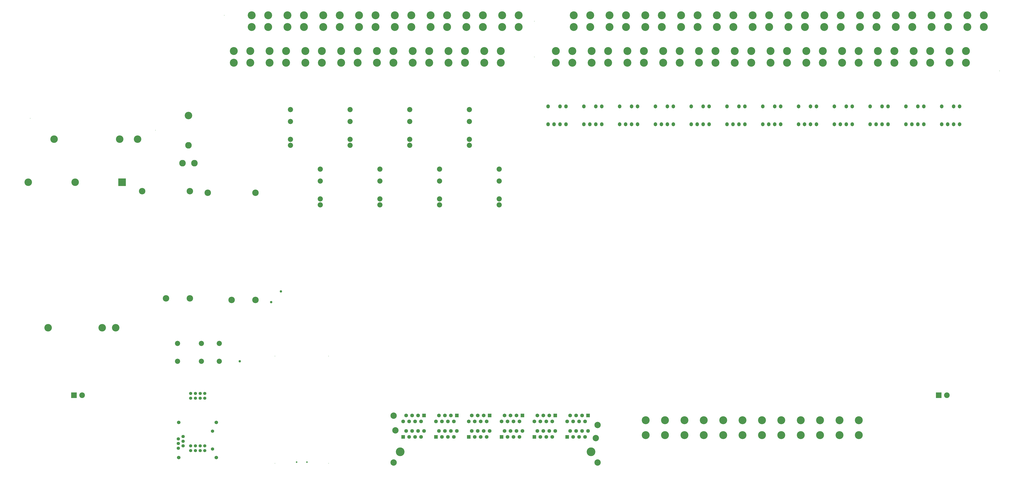
<source format=gbs>
%FSLAX25Y25*%
%MOIN*%
G70*
G01*
G75*
G04 Layer_Color=16711935*
%ADD10R,0.05512X0.11811*%
G04:AMPARAMS|DCode=11|XSize=118.11mil|YSize=55.12mil|CornerRadius=13.78mil|HoleSize=0mil|Usage=FLASHONLY|Rotation=90.000|XOffset=0mil|YOffset=0mil|HoleType=Round|Shape=RoundedRectangle|*
%AMROUNDEDRECTD11*
21,1,0.11811,0.02756,0,0,90.0*
21,1,0.09055,0.05512,0,0,90.0*
1,1,0.02756,0.01378,0.04528*
1,1,0.02756,0.01378,-0.04528*
1,1,0.02756,-0.01378,-0.04528*
1,1,0.02756,-0.01378,0.04528*
%
%ADD11ROUNDEDRECTD11*%
%ADD12R,0.05709X0.05906*%
%ADD13R,0.08268X0.12992*%
%ADD14R,0.08268X0.03543*%
%ADD15R,0.07874X0.02362*%
%ADD16R,0.02362X0.08071*%
%ADD17R,0.09000X0.02500*%
%ADD18R,0.09000X0.03500*%
%ADD19R,0.05906X0.05709*%
%ADD20R,0.08071X0.02362*%
%ADD21R,0.02362X0.07480*%
%ADD22R,0.05906X0.05709*%
%ADD23R,0.02362X0.07874*%
%ADD24R,0.11811X0.15748*%
%ADD25R,0.12992X0.08268*%
%ADD26R,0.03543X0.08268*%
%ADD27R,0.01969X0.09252*%
%ADD28R,0.07874X0.09843*%
%ADD29R,0.05709X0.05906*%
%ADD30R,0.14000X0.05500*%
%ADD31R,0.06693X0.09843*%
%ADD32R,0.11811X0.05512*%
G04:AMPARAMS|DCode=33|XSize=118.11mil|YSize=55.12mil|CornerRadius=13.78mil|HoleSize=0mil|Usage=FLASHONLY|Rotation=180.000|XOffset=0mil|YOffset=0mil|HoleType=Round|Shape=RoundedRectangle|*
%AMROUNDEDRECTD33*
21,1,0.11811,0.02756,0,0,180.0*
21,1,0.09055,0.05512,0,0,180.0*
1,1,0.02756,-0.04528,0.01378*
1,1,0.02756,0.04528,0.01378*
1,1,0.02756,0.04528,-0.01378*
1,1,0.02756,-0.04528,-0.01378*
%
%ADD33ROUNDEDRECTD33*%
G04:AMPARAMS|DCode=34|XSize=157.48mil|YSize=62.99mil|CornerRadius=15.75mil|HoleSize=0mil|Usage=FLASHONLY|Rotation=0.000|XOffset=0mil|YOffset=0mil|HoleType=Round|Shape=RoundedRectangle|*
%AMROUNDEDRECTD34*
21,1,0.15748,0.03150,0,0,0.0*
21,1,0.12598,0.06299,0,0,0.0*
1,1,0.03150,0.06299,-0.01575*
1,1,0.03150,-0.06299,-0.01575*
1,1,0.03150,-0.06299,0.01575*
1,1,0.03150,0.06299,0.01575*
%
%ADD34ROUNDEDRECTD34*%
%ADD35R,0.15748X0.06299*%
%ADD36R,0.07480X0.05906*%
%ADD37R,0.07087X0.05512*%
%ADD38R,0.09843X0.06693*%
%ADD39C,0.00600*%
%ADD40C,0.00800*%
%ADD41C,0.02000*%
%ADD42C,0.05000*%
%ADD43C,0.03000*%
%ADD44C,0.07500*%
%ADD45C,0.12500*%
%ADD46C,0.09843*%
%ADD47R,0.05512X0.05512*%
%ADD48C,0.05512*%
%ADD49C,0.07874*%
%ADD50C,0.08661*%
%ADD51R,0.08661X0.08661*%
%ADD52C,0.01772*%
%ADD53C,0.10000*%
%ADD54C,0.11811*%
%ADD55R,0.11811X0.11811*%
%ADD56O,0.04921X0.05906*%
%ADD57C,0.10236*%
%ADD58C,0.04500*%
%ADD59C,0.05118*%
%ADD60C,0.04724*%
%ADD61C,0.03200*%
%ADD62C,0.04000*%
%ADD63C,0.00984*%
%ADD64C,0.02362*%
%ADD65C,0.00787*%
%ADD66C,0.01000*%
%ADD67C,0.01575*%
%ADD68C,0.00500*%
%ADD69R,0.09000X6.30000*%
%ADD70R,1.09500X0.16500*%
%ADD71R,1.22500X0.16500*%
%ADD72R,1.88500X0.16500*%
%ADD73R,2.18000X0.16500*%
%ADD74R,1.62000X0.16500*%
%ADD75R,1.88000X0.16500*%
%ADD76R,2.94000X0.16500*%
%ADD77R,2.63500X0.16500*%
%ADD78R,0.06312X0.12611*%
G04:AMPARAMS|DCode=79|XSize=126.11mil|YSize=63.12mil|CornerRadius=17.78mil|HoleSize=0mil|Usage=FLASHONLY|Rotation=90.000|XOffset=0mil|YOffset=0mil|HoleType=Round|Shape=RoundedRectangle|*
%AMROUNDEDRECTD79*
21,1,0.12611,0.02756,0,0,90.0*
21,1,0.09055,0.06312,0,0,90.0*
1,1,0.03556,0.01378,0.04528*
1,1,0.03556,0.01378,-0.04528*
1,1,0.03556,-0.01378,-0.04528*
1,1,0.03556,-0.01378,0.04528*
%
%ADD79ROUNDEDRECTD79*%
%ADD80R,0.06509X0.06706*%
%ADD81R,0.09068X0.13792*%
%ADD82R,0.09068X0.04343*%
%ADD83R,0.08674X0.03162*%
%ADD84R,0.03162X0.08871*%
%ADD85R,0.09800X0.03300*%
%ADD86R,0.09800X0.04300*%
%ADD87R,0.06706X0.06509*%
%ADD88R,0.08871X0.03162*%
%ADD89R,0.03162X0.08280*%
%ADD90R,0.06706X0.06509*%
%ADD91R,0.03162X0.08674*%
%ADD92R,0.12611X0.16548*%
%ADD93R,0.13792X0.09068*%
%ADD94R,0.04343X0.09068*%
%ADD95R,0.02769X0.10052*%
%ADD96R,0.08674X0.10642*%
%ADD97R,0.06509X0.06706*%
%ADD98R,0.14800X0.06300*%
%ADD99R,0.07493X0.10642*%
%ADD100R,0.12611X0.06312*%
G04:AMPARAMS|DCode=101|XSize=126.11mil|YSize=63.12mil|CornerRadius=17.78mil|HoleSize=0mil|Usage=FLASHONLY|Rotation=180.000|XOffset=0mil|YOffset=0mil|HoleType=Round|Shape=RoundedRectangle|*
%AMROUNDEDRECTD101*
21,1,0.12611,0.02756,0,0,180.0*
21,1,0.09055,0.06312,0,0,180.0*
1,1,0.03556,-0.04528,0.01378*
1,1,0.03556,0.04528,0.01378*
1,1,0.03556,0.04528,-0.01378*
1,1,0.03556,-0.04528,-0.01378*
%
%ADD101ROUNDEDRECTD101*%
G04:AMPARAMS|DCode=102|XSize=165.48mil|YSize=70.99mil|CornerRadius=19.75mil|HoleSize=0mil|Usage=FLASHONLY|Rotation=0.000|XOffset=0mil|YOffset=0mil|HoleType=Round|Shape=RoundedRectangle|*
%AMROUNDEDRECTD102*
21,1,0.16548,0.03150,0,0,0.0*
21,1,0.12598,0.07099,0,0,0.0*
1,1,0.03950,0.06299,-0.01575*
1,1,0.03950,-0.06299,-0.01575*
1,1,0.03950,-0.06299,0.01575*
1,1,0.03950,0.06299,0.01575*
%
%ADD102ROUNDEDRECTD102*%
%ADD103R,0.16548X0.07099*%
%ADD104R,0.08280X0.06706*%
%ADD105R,0.07887X0.06312*%
%ADD106R,0.10642X0.07493*%
%ADD107C,0.13300*%
%ADD108C,0.10642*%
%ADD109C,0.14567*%
%ADD110R,0.06312X0.06312*%
%ADD111C,0.06312*%
%ADD112R,0.00800X0.00800*%
%ADD113C,0.08674*%
%ADD114C,0.09461*%
%ADD115R,0.09461X0.09461*%
%ADD116C,0.02572*%
%ADD117C,0.10800*%
%ADD118C,0.12611*%
%ADD119R,0.12611X0.12611*%
%ADD120O,0.05721X0.06706*%
%ADD121C,0.00800*%
%ADD122C,0.11036*%
%ADD123C,0.05300*%
%ADD124C,0.05918*%
%ADD125C,0.05524*%
D62*
X465100Y-325600D02*
D03*
X396200Y-443200D02*
D03*
X448600Y-343900D02*
D03*
D107*
X1076638Y-567146D02*
D03*
Y-541949D02*
D03*
X1109138D02*
D03*
Y-567146D02*
D03*
X1141638D02*
D03*
Y-541949D02*
D03*
X1174138D02*
D03*
Y-567146D02*
D03*
X1206638D02*
D03*
Y-541949D02*
D03*
X1239138D02*
D03*
Y-567146D02*
D03*
X1271638D02*
D03*
Y-541949D02*
D03*
X1304138D02*
D03*
Y-567146D02*
D03*
X1336638D02*
D03*
Y-541949D02*
D03*
X1369138D02*
D03*
Y-567146D02*
D03*
X1401638D02*
D03*
Y-541949D02*
D03*
X1434138D02*
D03*
Y-567146D02*
D03*
X1223800Y118150D02*
D03*
X1196200D02*
D03*
Y137850D02*
D03*
X1223800D02*
D03*
X1253800Y77850D02*
D03*
X1226200D02*
D03*
Y58150D02*
D03*
X1253800D02*
D03*
X1283800Y137850D02*
D03*
X1256200D02*
D03*
Y118150D02*
D03*
X1283800D02*
D03*
X1313800Y58150D02*
D03*
X1286200D02*
D03*
Y77850D02*
D03*
X1313800D02*
D03*
X1343800Y118150D02*
D03*
X1316200D02*
D03*
Y137850D02*
D03*
X1343800D02*
D03*
X1373800Y77850D02*
D03*
X1346200D02*
D03*
Y58150D02*
D03*
X1373800D02*
D03*
X1403800Y137850D02*
D03*
X1376200D02*
D03*
Y118150D02*
D03*
X1403800D02*
D03*
X1433800Y58150D02*
D03*
X1406200D02*
D03*
Y77850D02*
D03*
X1433800D02*
D03*
X1463800Y118150D02*
D03*
X1436200D02*
D03*
Y137850D02*
D03*
X1463800D02*
D03*
X1493800Y77850D02*
D03*
X1466200D02*
D03*
Y58150D02*
D03*
X1493800D02*
D03*
X1523800Y137850D02*
D03*
X1496200D02*
D03*
Y118150D02*
D03*
X1523800D02*
D03*
X1553800Y58150D02*
D03*
X1526200D02*
D03*
Y77850D02*
D03*
X1553800D02*
D03*
X1583800Y118150D02*
D03*
X1556200D02*
D03*
Y137850D02*
D03*
X1583800D02*
D03*
X1643800D02*
D03*
X1616200D02*
D03*
Y118150D02*
D03*
X1643800D02*
D03*
X1613800Y77850D02*
D03*
X1586200D02*
D03*
Y58150D02*
D03*
X1613800D02*
D03*
X1193800D02*
D03*
X1166200D02*
D03*
Y77850D02*
D03*
X1193800D02*
D03*
X1163800Y137850D02*
D03*
X1136200D02*
D03*
Y118150D02*
D03*
X1163800D02*
D03*
X1103800D02*
D03*
X1076200D02*
D03*
Y137850D02*
D03*
X1103800D02*
D03*
X1133800Y77850D02*
D03*
X1106200D02*
D03*
Y58150D02*
D03*
X1133800D02*
D03*
X1073800D02*
D03*
X1046200D02*
D03*
Y77850D02*
D03*
X1073800D02*
D03*
X1043800Y137850D02*
D03*
X1016200D02*
D03*
Y118150D02*
D03*
X1043800D02*
D03*
X1013800Y77850D02*
D03*
X986200D02*
D03*
Y58150D02*
D03*
X1013800D02*
D03*
X983800Y118150D02*
D03*
X956200D02*
D03*
Y137850D02*
D03*
X983800D02*
D03*
X953800Y58150D02*
D03*
X926200D02*
D03*
Y77850D02*
D03*
X953800D02*
D03*
X863800Y137850D02*
D03*
X836200D02*
D03*
Y118150D02*
D03*
X863800D02*
D03*
X833800Y77850D02*
D03*
X806200D02*
D03*
Y58150D02*
D03*
X833800D02*
D03*
X803800Y118150D02*
D03*
X776200D02*
D03*
Y137850D02*
D03*
X803800D02*
D03*
X773800Y77850D02*
D03*
X746200D02*
D03*
Y58150D02*
D03*
X773800D02*
D03*
X743800Y137850D02*
D03*
X716200D02*
D03*
Y118150D02*
D03*
X743800D02*
D03*
X713800Y58150D02*
D03*
X686200D02*
D03*
Y77850D02*
D03*
X713800D02*
D03*
X683800Y118150D02*
D03*
X656200D02*
D03*
Y137850D02*
D03*
X683800D02*
D03*
X563800Y118150D02*
D03*
X536200D02*
D03*
Y137850D02*
D03*
X563800D02*
D03*
X593800Y77850D02*
D03*
X566200D02*
D03*
Y58150D02*
D03*
X593800D02*
D03*
X623800Y137850D02*
D03*
X596200D02*
D03*
Y118150D02*
D03*
X623800D02*
D03*
X653800Y58150D02*
D03*
X626200D02*
D03*
Y77850D02*
D03*
X653800D02*
D03*
X503800Y137850D02*
D03*
X476200D02*
D03*
Y118150D02*
D03*
X503800D02*
D03*
X533800Y58150D02*
D03*
X506200D02*
D03*
Y77850D02*
D03*
X533800D02*
D03*
X473800D02*
D03*
X446200D02*
D03*
Y58150D02*
D03*
X473800D02*
D03*
X443800Y118150D02*
D03*
X416200D02*
D03*
Y137850D02*
D03*
X443800D02*
D03*
X413800Y58150D02*
D03*
X386200D02*
D03*
Y77850D02*
D03*
X413800D02*
D03*
D108*
X992992Y-572024D02*
D03*
X995984Y-550016D02*
D03*
Y-613008D02*
D03*
X657008Y-559031D02*
D03*
X654016Y-534386D02*
D03*
Y-613008D02*
D03*
D109*
X985000Y-595016D02*
D03*
X665000D02*
D03*
D110*
X980000Y-534031D02*
D03*
X925000D02*
D03*
X870000D02*
D03*
X815000Y-533992D02*
D03*
X759980D02*
D03*
X704961D02*
D03*
X670000Y-570016D02*
D03*
X725000D02*
D03*
X780000D02*
D03*
X834980Y-570016D02*
D03*
X890000Y-570016D02*
D03*
X945000D02*
D03*
D111*
X970000Y-534031D02*
D03*
X960000D02*
D03*
X950000D02*
D03*
X890000Y-544031D02*
D03*
X895000Y-534031D02*
D03*
X900000Y-544031D02*
D03*
X905000Y-534031D02*
D03*
X910000Y-544031D02*
D03*
X915000Y-534031D02*
D03*
X920000Y-544031D02*
D03*
X975000D02*
D03*
X965000D02*
D03*
X955000D02*
D03*
X945000D02*
D03*
X865000D02*
D03*
X860000Y-534031D02*
D03*
X855000Y-544031D02*
D03*
X850000Y-534031D02*
D03*
X845000Y-544031D02*
D03*
X840000Y-534031D02*
D03*
X835000Y-544031D02*
D03*
X810000Y-543992D02*
D03*
X805000Y-533992D02*
D03*
X800000Y-543992D02*
D03*
X795000Y-533992D02*
D03*
X790000Y-543992D02*
D03*
X785000Y-533992D02*
D03*
X780000Y-543992D02*
D03*
X754980D02*
D03*
X749980Y-533992D02*
D03*
X744980Y-543992D02*
D03*
X739980Y-533992D02*
D03*
X734980Y-543992D02*
D03*
X729980Y-533992D02*
D03*
X724980Y-543992D02*
D03*
X699961D02*
D03*
X694961Y-533992D02*
D03*
X689961Y-543992D02*
D03*
X684961Y-533992D02*
D03*
X679961Y-543992D02*
D03*
X674961Y-533992D02*
D03*
X669961Y-543992D02*
D03*
X675000Y-560016D02*
D03*
X680000Y-570016D02*
D03*
X685000Y-560016D02*
D03*
X690000Y-570016D02*
D03*
X695000Y-560016D02*
D03*
X700000Y-570016D02*
D03*
X705000Y-560016D02*
D03*
X730000D02*
D03*
X735000Y-570016D02*
D03*
X740000Y-560016D02*
D03*
X745000Y-570016D02*
D03*
X750000Y-560016D02*
D03*
X755000Y-570016D02*
D03*
X760000Y-560016D02*
D03*
X785000D02*
D03*
X790000Y-570016D02*
D03*
X795000Y-560016D02*
D03*
X800000Y-570016D02*
D03*
X805000Y-560016D02*
D03*
X810000Y-570016D02*
D03*
X815000Y-560016D02*
D03*
X839980Y-560016D02*
D03*
X844980Y-570016D02*
D03*
X849980Y-560016D02*
D03*
X854980Y-570016D02*
D03*
X859980Y-560016D02*
D03*
X864980Y-570016D02*
D03*
X869980Y-560016D02*
D03*
X895000Y-560016D02*
D03*
X900000Y-570016D02*
D03*
X905000Y-560016D02*
D03*
X910000Y-570016D02*
D03*
X915000Y-560016D02*
D03*
X920000Y-570016D02*
D03*
X925000Y-560016D02*
D03*
X950000D02*
D03*
X955000Y-570016D02*
D03*
X960000Y-560016D02*
D03*
X965000Y-570016D02*
D03*
X970000Y-560016D02*
D03*
X975000Y-570016D02*
D03*
X980000Y-560016D02*
D03*
D112*
X545000Y-614500D02*
D03*
Y-434500D02*
D03*
X455000D02*
D03*
Y-614500D02*
D03*
D113*
X291700Y-443100D02*
D03*
X331700D02*
D03*
X361700D02*
D03*
Y-413100D02*
D03*
X331700D02*
D03*
X291700D02*
D03*
X531000Y-120400D02*
D03*
Y-140400D02*
D03*
Y-170400D02*
D03*
Y-180400D02*
D03*
X631000Y-120400D02*
D03*
Y-140400D02*
D03*
Y-170400D02*
D03*
Y-180400D02*
D03*
X731000Y-120400D02*
D03*
Y-140400D02*
D03*
Y-170400D02*
D03*
Y-180400D02*
D03*
X831000Y-120400D02*
D03*
Y-140400D02*
D03*
Y-170400D02*
D03*
Y-180400D02*
D03*
X781000Y-80400D02*
D03*
Y-70400D02*
D03*
Y-40400D02*
D03*
Y-20400D02*
D03*
X681000Y-80400D02*
D03*
Y-70400D02*
D03*
Y-40400D02*
D03*
Y-20400D02*
D03*
X581000Y-80400D02*
D03*
Y-70400D02*
D03*
Y-40400D02*
D03*
Y-20400D02*
D03*
X481000Y-80400D02*
D03*
Y-70400D02*
D03*
Y-40400D02*
D03*
Y-20400D02*
D03*
D114*
X1581890Y-500000D02*
D03*
X131890D02*
D03*
D115*
X1568110D02*
D03*
X118110D02*
D03*
D116*
X508661Y-612424D02*
D03*
X491339D02*
D03*
D117*
X342500Y-160000D02*
D03*
X422500D02*
D03*
Y-340000D02*
D03*
X382500D02*
D03*
X232500Y-157500D02*
D03*
X312500D02*
D03*
Y-337500D02*
D03*
X272500D02*
D03*
D118*
X74724Y-386595D02*
D03*
X165276D02*
D03*
X187913D02*
D03*
X41260Y-142500D02*
D03*
X120000D02*
D03*
X224606Y-70020D02*
D03*
X194606D02*
D03*
X84606D02*
D03*
X310000Y-30236D02*
D03*
D119*
X198740Y-142500D02*
D03*
D120*
X1572900Y-15000D02*
D03*
X1592900D02*
D03*
X1602900D02*
D03*
Y-45000D02*
D03*
X1592900D02*
D03*
X1582900D02*
D03*
X1572900D02*
D03*
X1512900D02*
D03*
X1522900D02*
D03*
X1532900D02*
D03*
X1542900D02*
D03*
Y-15000D02*
D03*
X1532900D02*
D03*
X1512900D02*
D03*
X1452900D02*
D03*
X1472900D02*
D03*
X1482900D02*
D03*
Y-45000D02*
D03*
X1472900D02*
D03*
X1462900D02*
D03*
X1452900D02*
D03*
X1392900D02*
D03*
X1402900D02*
D03*
X1412900D02*
D03*
X1422900D02*
D03*
Y-15000D02*
D03*
X1412900D02*
D03*
X1392900D02*
D03*
X1332900D02*
D03*
X1352900D02*
D03*
X1362900D02*
D03*
Y-45000D02*
D03*
X1352900D02*
D03*
X1342900D02*
D03*
X1332900D02*
D03*
X1212900Y-15000D02*
D03*
X1232900D02*
D03*
X1242900D02*
D03*
Y-45000D02*
D03*
X1232900D02*
D03*
X1222900D02*
D03*
X1212900D02*
D03*
X1272900D02*
D03*
X1282900D02*
D03*
X1292900D02*
D03*
X1302900D02*
D03*
Y-15000D02*
D03*
X1292900D02*
D03*
X1272900D02*
D03*
X1152900Y-45000D02*
D03*
X1162900D02*
D03*
X1172900D02*
D03*
X1182900D02*
D03*
Y-15000D02*
D03*
X1172900D02*
D03*
X1152900D02*
D03*
X1092900D02*
D03*
X1112900D02*
D03*
X1122900D02*
D03*
Y-45000D02*
D03*
X1112900D02*
D03*
X1102900D02*
D03*
X1092900D02*
D03*
X1032900D02*
D03*
X1042900D02*
D03*
X1052900D02*
D03*
X1062900D02*
D03*
Y-15000D02*
D03*
X1052900D02*
D03*
X1032900D02*
D03*
X972900D02*
D03*
X992900D02*
D03*
X1002900D02*
D03*
Y-45000D02*
D03*
X992900D02*
D03*
X982900D02*
D03*
X972900D02*
D03*
X912900D02*
D03*
X922900D02*
D03*
X932900D02*
D03*
X942900D02*
D03*
Y-15000D02*
D03*
X932900D02*
D03*
X912900D02*
D03*
D121*
X254606Y-54980D02*
D03*
X44606Y-34980D02*
D03*
X370000Y138000D02*
D03*
X1670000Y44500D02*
D03*
X890000Y68000D02*
D03*
Y128000D02*
D03*
D122*
X310000Y-80236D02*
D03*
X300000Y-110236D02*
D03*
X320000D02*
D03*
D123*
X337493Y-505077D02*
D03*
Y-497203D02*
D03*
X329619Y-505077D02*
D03*
Y-497203D02*
D03*
X321745Y-505077D02*
D03*
Y-497203D02*
D03*
X313871Y-505077D02*
D03*
Y-497203D02*
D03*
X313885Y-585104D02*
D03*
X321759D02*
D03*
X329633D02*
D03*
X337507D02*
D03*
X313885Y-592978D02*
D03*
X321759D02*
D03*
X329633D02*
D03*
X337507D02*
D03*
D124*
X293806Y-545742D02*
D03*
Y-604797D02*
D03*
X356798D02*
D03*
Y-545742D02*
D03*
D125*
X293202Y-573309D02*
D03*
X301102Y-569369D02*
D03*
Y-577249D02*
D03*
Y-585129D02*
D03*
X293202Y-581189D02*
D03*
Y-589069D02*
D03*
X350302Y-590269D02*
D03*
Y-560269D02*
D03*
M02*

</source>
